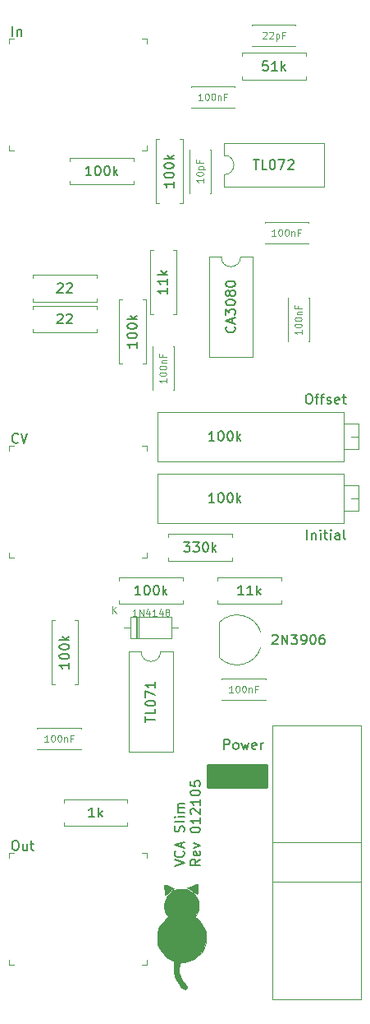
<source format=gbr>
G04 #@! TF.GenerationSoftware,KiCad,Pcbnew,(5.1.9)-1*
G04 #@! TF.CreationDate,2021-05-09T15:32:16+02:00*
G04 #@! TF.ProjectId,Dual VCA Main,4475616c-2056-4434-9120-4d61696e2e6b,rev?*
G04 #@! TF.SameCoordinates,Original*
G04 #@! TF.FileFunction,Legend,Top*
G04 #@! TF.FilePolarity,Positive*
%FSLAX46Y46*%
G04 Gerber Fmt 4.6, Leading zero omitted, Abs format (unit mm)*
G04 Created by KiCad (PCBNEW (5.1.9)-1) date 2021-05-09 15:32:16*
%MOMM*%
%LPD*%
G01*
G04 APERTURE LIST*
%ADD10C,0.150000*%
%ADD11C,0.010000*%
%ADD12C,0.120000*%
%ADD13C,0.100000*%
%ADD14C,0.254000*%
G04 APERTURE END LIST*
D10*
X17042380Y-88072261D02*
X18042380Y-87738928D01*
X17042380Y-87405595D01*
X17947142Y-86500833D02*
X17994761Y-86548452D01*
X18042380Y-86691309D01*
X18042380Y-86786547D01*
X17994761Y-86929404D01*
X17899523Y-87024642D01*
X17804285Y-87072261D01*
X17613809Y-87119880D01*
X17470952Y-87119880D01*
X17280476Y-87072261D01*
X17185238Y-87024642D01*
X17090000Y-86929404D01*
X17042380Y-86786547D01*
X17042380Y-86691309D01*
X17090000Y-86548452D01*
X17137619Y-86500833D01*
X17756666Y-86119880D02*
X17756666Y-85643690D01*
X18042380Y-86215119D02*
X17042380Y-85881785D01*
X18042380Y-85548452D01*
X17994761Y-84500833D02*
X18042380Y-84357976D01*
X18042380Y-84119880D01*
X17994761Y-84024642D01*
X17947142Y-83977023D01*
X17851904Y-83929404D01*
X17756666Y-83929404D01*
X17661428Y-83977023D01*
X17613809Y-84024642D01*
X17566190Y-84119880D01*
X17518571Y-84310357D01*
X17470952Y-84405595D01*
X17423333Y-84453214D01*
X17328095Y-84500833D01*
X17232857Y-84500833D01*
X17137619Y-84453214D01*
X17090000Y-84405595D01*
X17042380Y-84310357D01*
X17042380Y-84072261D01*
X17090000Y-83929404D01*
X18042380Y-83357976D02*
X17994761Y-83453214D01*
X17899523Y-83500833D01*
X17042380Y-83500833D01*
X18042380Y-82977023D02*
X17375714Y-82977023D01*
X17042380Y-82977023D02*
X17090000Y-83024642D01*
X17137619Y-82977023D01*
X17090000Y-82929404D01*
X17042380Y-82977023D01*
X17137619Y-82977023D01*
X18042380Y-82500833D02*
X17375714Y-82500833D01*
X17470952Y-82500833D02*
X17423333Y-82453214D01*
X17375714Y-82357976D01*
X17375714Y-82215119D01*
X17423333Y-82119880D01*
X17518571Y-82072261D01*
X18042380Y-82072261D01*
X17518571Y-82072261D02*
X17423333Y-82024642D01*
X17375714Y-81929404D01*
X17375714Y-81786547D01*
X17423333Y-81691309D01*
X17518571Y-81643690D01*
X18042380Y-81643690D01*
X19692380Y-87357976D02*
X19216190Y-87691309D01*
X19692380Y-87929404D02*
X18692380Y-87929404D01*
X18692380Y-87548452D01*
X18740000Y-87453214D01*
X18787619Y-87405595D01*
X18882857Y-87357976D01*
X19025714Y-87357976D01*
X19120952Y-87405595D01*
X19168571Y-87453214D01*
X19216190Y-87548452D01*
X19216190Y-87929404D01*
X19644761Y-86548452D02*
X19692380Y-86643690D01*
X19692380Y-86834166D01*
X19644761Y-86929404D01*
X19549523Y-86977023D01*
X19168571Y-86977023D01*
X19073333Y-86929404D01*
X19025714Y-86834166D01*
X19025714Y-86643690D01*
X19073333Y-86548452D01*
X19168571Y-86500833D01*
X19263809Y-86500833D01*
X19359047Y-86977023D01*
X19025714Y-86167500D02*
X19692380Y-85929404D01*
X19025714Y-85691309D01*
X18692380Y-84357976D02*
X18692380Y-84262738D01*
X18740000Y-84167500D01*
X18787619Y-84119880D01*
X18882857Y-84072261D01*
X19073333Y-84024642D01*
X19311428Y-84024642D01*
X19501904Y-84072261D01*
X19597142Y-84119880D01*
X19644761Y-84167500D01*
X19692380Y-84262738D01*
X19692380Y-84357976D01*
X19644761Y-84453214D01*
X19597142Y-84500833D01*
X19501904Y-84548452D01*
X19311428Y-84596071D01*
X19073333Y-84596071D01*
X18882857Y-84548452D01*
X18787619Y-84500833D01*
X18740000Y-84453214D01*
X18692380Y-84357976D01*
X19692380Y-83072261D02*
X19692380Y-83643690D01*
X19692380Y-83357976D02*
X18692380Y-83357976D01*
X18835238Y-83453214D01*
X18930476Y-83548452D01*
X18978095Y-83643690D01*
X18787619Y-82691309D02*
X18740000Y-82643690D01*
X18692380Y-82548452D01*
X18692380Y-82310357D01*
X18740000Y-82215119D01*
X18787619Y-82167500D01*
X18882857Y-82119880D01*
X18978095Y-82119880D01*
X19120952Y-82167500D01*
X19692380Y-82738928D01*
X19692380Y-82119880D01*
X19692380Y-81167500D02*
X19692380Y-81738928D01*
X19692380Y-81453214D02*
X18692380Y-81453214D01*
X18835238Y-81548452D01*
X18930476Y-81643690D01*
X18978095Y-81738928D01*
X18692380Y-80548452D02*
X18692380Y-80453214D01*
X18740000Y-80357976D01*
X18787619Y-80310357D01*
X18882857Y-80262738D01*
X19073333Y-80215119D01*
X19311428Y-80215119D01*
X19501904Y-80262738D01*
X19597142Y-80310357D01*
X19644761Y-80357976D01*
X19692380Y-80453214D01*
X19692380Y-80548452D01*
X19644761Y-80643690D01*
X19597142Y-80691309D01*
X19501904Y-80738928D01*
X19311428Y-80786547D01*
X19073333Y-80786547D01*
X18882857Y-80738928D01*
X18787619Y-80691309D01*
X18740000Y-80643690D01*
X18692380Y-80548452D01*
X18692380Y-79310357D02*
X18692380Y-79786547D01*
X19168571Y-79834166D01*
X19120952Y-79786547D01*
X19073333Y-79691309D01*
X19073333Y-79453214D01*
X19120952Y-79357976D01*
X19168571Y-79310357D01*
X19263809Y-79262738D01*
X19501904Y-79262738D01*
X19597142Y-79310357D01*
X19644761Y-79357976D01*
X19692380Y-79453214D01*
X19692380Y-79691309D01*
X19644761Y-79786547D01*
X19597142Y-79834166D01*
X30732261Y-54427380D02*
X30732261Y-53427380D01*
X31208452Y-53760714D02*
X31208452Y-54427380D01*
X31208452Y-53855952D02*
X31256071Y-53808333D01*
X31351309Y-53760714D01*
X31494166Y-53760714D01*
X31589404Y-53808333D01*
X31637023Y-53903571D01*
X31637023Y-54427380D01*
X32113214Y-54427380D02*
X32113214Y-53760714D01*
X32113214Y-53427380D02*
X32065595Y-53475000D01*
X32113214Y-53522619D01*
X32160833Y-53475000D01*
X32113214Y-53427380D01*
X32113214Y-53522619D01*
X32446547Y-53760714D02*
X32827499Y-53760714D01*
X32589404Y-53427380D02*
X32589404Y-54284523D01*
X32637023Y-54379761D01*
X32732261Y-54427380D01*
X32827499Y-54427380D01*
X33160833Y-54427380D02*
X33160833Y-53760714D01*
X33160833Y-53427380D02*
X33113214Y-53475000D01*
X33160833Y-53522619D01*
X33208452Y-53475000D01*
X33160833Y-53427380D01*
X33160833Y-53522619D01*
X34065595Y-54427380D02*
X34065595Y-53903571D01*
X34017976Y-53808333D01*
X33922738Y-53760714D01*
X33732261Y-53760714D01*
X33637023Y-53808333D01*
X34065595Y-54379761D02*
X33970357Y-54427380D01*
X33732261Y-54427380D01*
X33637023Y-54379761D01*
X33589404Y-54284523D01*
X33589404Y-54189285D01*
X33637023Y-54094047D01*
X33732261Y-54046428D01*
X33970357Y-54046428D01*
X34065595Y-53998809D01*
X34684642Y-54427380D02*
X34589404Y-54379761D01*
X34541785Y-54284523D01*
X34541785Y-53427380D01*
X30827500Y-39457380D02*
X31017976Y-39457380D01*
X31113214Y-39505000D01*
X31208452Y-39600238D01*
X31256071Y-39790714D01*
X31256071Y-40124047D01*
X31208452Y-40314523D01*
X31113214Y-40409761D01*
X31017976Y-40457380D01*
X30827500Y-40457380D01*
X30732261Y-40409761D01*
X30637023Y-40314523D01*
X30589404Y-40124047D01*
X30589404Y-39790714D01*
X30637023Y-39600238D01*
X30732261Y-39505000D01*
X30827500Y-39457380D01*
X31541785Y-39790714D02*
X31922738Y-39790714D01*
X31684642Y-40457380D02*
X31684642Y-39600238D01*
X31732261Y-39505000D01*
X31827500Y-39457380D01*
X31922738Y-39457380D01*
X32113214Y-39790714D02*
X32494166Y-39790714D01*
X32256071Y-40457380D02*
X32256071Y-39600238D01*
X32303690Y-39505000D01*
X32398928Y-39457380D01*
X32494166Y-39457380D01*
X32779880Y-40409761D02*
X32875119Y-40457380D01*
X33065595Y-40457380D01*
X33160833Y-40409761D01*
X33208452Y-40314523D01*
X33208452Y-40266904D01*
X33160833Y-40171666D01*
X33065595Y-40124047D01*
X32922738Y-40124047D01*
X32827500Y-40076428D01*
X32779880Y-39981190D01*
X32779880Y-39933571D01*
X32827500Y-39838333D01*
X32922738Y-39790714D01*
X33065595Y-39790714D01*
X33160833Y-39838333D01*
X34017976Y-40409761D02*
X33922738Y-40457380D01*
X33732261Y-40457380D01*
X33637023Y-40409761D01*
X33589404Y-40314523D01*
X33589404Y-39933571D01*
X33637023Y-39838333D01*
X33732261Y-39790714D01*
X33922738Y-39790714D01*
X34017976Y-39838333D01*
X34065595Y-39933571D01*
X34065595Y-40028809D01*
X33589404Y-40124047D01*
X34351309Y-39790714D02*
X34732261Y-39790714D01*
X34494166Y-39457380D02*
X34494166Y-40314523D01*
X34541785Y-40409761D01*
X34637023Y-40457380D01*
X34732261Y-40457380D01*
D11*
G04 #@! TO.C,G\u002A\u002A\u002A*
G36*
X18236975Y-90420533D02*
G01*
X18624529Y-90569561D01*
X18971874Y-90832268D01*
X19005458Y-90865178D01*
X19244055Y-91142088D01*
X19394725Y-91425374D01*
X19477509Y-91761590D01*
X19503932Y-92023159D01*
X19514654Y-92298677D01*
X19496742Y-92500634D01*
X19439670Y-92687923D01*
X19349921Y-92884864D01*
X19164587Y-93263673D01*
X19434200Y-93487629D01*
X19783462Y-93858667D01*
X20057837Y-94315043D01*
X20241494Y-94822167D01*
X20318602Y-95345445D01*
X20320000Y-95423282D01*
X20259094Y-95951320D01*
X20086737Y-96449219D01*
X19818466Y-96900702D01*
X19469822Y-97289491D01*
X19056342Y-97599310D01*
X18593566Y-97813880D01*
X18097032Y-97916923D01*
X17933071Y-97923684D01*
X17745332Y-97933029D01*
X17639696Y-97982592D01*
X17564815Y-98104664D01*
X17534853Y-98174124D01*
X17451088Y-98542435D01*
X17481622Y-98952429D01*
X17621393Y-99385591D01*
X17865336Y-99823404D01*
X18054598Y-100074623D01*
X18223260Y-100295034D01*
X18300470Y-100451237D01*
X18294114Y-100568485D01*
X18234526Y-100650842D01*
X18104072Y-100724092D01*
X17953517Y-100690022D01*
X17768972Y-100543000D01*
X17649337Y-100413553D01*
X17299002Y-99927667D01*
X17066051Y-99420772D01*
X16957200Y-98908744D01*
X16949776Y-98759211D01*
X16954742Y-98487845D01*
X16972931Y-98240606D01*
X16997845Y-98083508D01*
X17020402Y-97968381D01*
X16999438Y-97888134D01*
X16911350Y-97814707D01*
X16732535Y-97720041D01*
X16663634Y-97686221D01*
X16230674Y-97409047D01*
X15841572Y-97034867D01*
X15532301Y-96600126D01*
X15464123Y-96470895D01*
X15375392Y-96274189D01*
X15319836Y-96098821D01*
X15289911Y-95902432D01*
X15278077Y-95642661D01*
X15276513Y-95417105D01*
X15280439Y-95093856D01*
X15297416Y-94861295D01*
X15335242Y-94676526D01*
X15401716Y-94496658D01*
X15470954Y-94347632D01*
X15636006Y-94069538D01*
X15856785Y-93777723D01*
X16024765Y-93594758D01*
X16384137Y-93242937D01*
X16255820Y-93060021D01*
X16062922Y-92670417D01*
X15986035Y-92223652D01*
X15992869Y-91976863D01*
X16097282Y-91503612D01*
X16310150Y-91096640D01*
X16617542Y-90768451D01*
X17005521Y-90531544D01*
X17460156Y-90398421D01*
X17780000Y-90373462D01*
X18236975Y-90420533D01*
G37*
X18236975Y-90420533D02*
X18624529Y-90569561D01*
X18971874Y-90832268D01*
X19005458Y-90865178D01*
X19244055Y-91142088D01*
X19394725Y-91425374D01*
X19477509Y-91761590D01*
X19503932Y-92023159D01*
X19514654Y-92298677D01*
X19496742Y-92500634D01*
X19439670Y-92687923D01*
X19349921Y-92884864D01*
X19164587Y-93263673D01*
X19434200Y-93487629D01*
X19783462Y-93858667D01*
X20057837Y-94315043D01*
X20241494Y-94822167D01*
X20318602Y-95345445D01*
X20320000Y-95423282D01*
X20259094Y-95951320D01*
X20086737Y-96449219D01*
X19818466Y-96900702D01*
X19469822Y-97289491D01*
X19056342Y-97599310D01*
X18593566Y-97813880D01*
X18097032Y-97916923D01*
X17933071Y-97923684D01*
X17745332Y-97933029D01*
X17639696Y-97982592D01*
X17564815Y-98104664D01*
X17534853Y-98174124D01*
X17451088Y-98542435D01*
X17481622Y-98952429D01*
X17621393Y-99385591D01*
X17865336Y-99823404D01*
X18054598Y-100074623D01*
X18223260Y-100295034D01*
X18300470Y-100451237D01*
X18294114Y-100568485D01*
X18234526Y-100650842D01*
X18104072Y-100724092D01*
X17953517Y-100690022D01*
X17768972Y-100543000D01*
X17649337Y-100413553D01*
X17299002Y-99927667D01*
X17066051Y-99420772D01*
X16957200Y-98908744D01*
X16949776Y-98759211D01*
X16954742Y-98487845D01*
X16972931Y-98240606D01*
X16997845Y-98083508D01*
X17020402Y-97968381D01*
X16999438Y-97888134D01*
X16911350Y-97814707D01*
X16732535Y-97720041D01*
X16663634Y-97686221D01*
X16230674Y-97409047D01*
X15841572Y-97034867D01*
X15532301Y-96600126D01*
X15464123Y-96470895D01*
X15375392Y-96274189D01*
X15319836Y-96098821D01*
X15289911Y-95902432D01*
X15278077Y-95642661D01*
X15276513Y-95417105D01*
X15280439Y-95093856D01*
X15297416Y-94861295D01*
X15335242Y-94676526D01*
X15401716Y-94496658D01*
X15470954Y-94347632D01*
X15636006Y-94069538D01*
X15856785Y-93777723D01*
X16024765Y-93594758D01*
X16384137Y-93242937D01*
X16255820Y-93060021D01*
X16062922Y-92670417D01*
X15986035Y-92223652D01*
X15992869Y-91976863D01*
X16097282Y-91503612D01*
X16310150Y-91096640D01*
X16617542Y-90768451D01*
X17005521Y-90531544D01*
X17460156Y-90398421D01*
X17780000Y-90373462D01*
X18236975Y-90420533D01*
G36*
X16217294Y-90010838D02*
G01*
X16449355Y-90095666D01*
X16496297Y-90114997D01*
X16721716Y-90216489D01*
X16886523Y-90304463D01*
X16962519Y-90363415D01*
X16964192Y-90372244D01*
X16906342Y-90430770D01*
X16772196Y-90541610D01*
X16593839Y-90680540D01*
X16403356Y-90823341D01*
X16232832Y-90945791D01*
X16114350Y-91023670D01*
X16081041Y-91038947D01*
X16062104Y-90977774D01*
X16037203Y-90816047D01*
X16011214Y-90586456D01*
X16007035Y-90542978D01*
X15987508Y-90293432D01*
X15979029Y-90094343D01*
X15983140Y-89984507D01*
X15984621Y-89978973D01*
X16053675Y-89969626D01*
X16217294Y-90010838D01*
G37*
X16217294Y-90010838D02*
X16449355Y-90095666D01*
X16496297Y-90114997D01*
X16721716Y-90216489D01*
X16886523Y-90304463D01*
X16962519Y-90363415D01*
X16964192Y-90372244D01*
X16906342Y-90430770D01*
X16772196Y-90541610D01*
X16593839Y-90680540D01*
X16403356Y-90823341D01*
X16232832Y-90945791D01*
X16114350Y-91023670D01*
X16081041Y-91038947D01*
X16062104Y-90977774D01*
X16037203Y-90816047D01*
X16011214Y-90586456D01*
X16007035Y-90542978D01*
X15987508Y-90293432D01*
X15979029Y-90094343D01*
X15983140Y-89984507D01*
X15984621Y-89978973D01*
X16053675Y-89969626D01*
X16217294Y-90010838D01*
G36*
X19438089Y-89941229D02*
G01*
X19453741Y-90062829D01*
X19451837Y-90266949D01*
X19451052Y-90372181D01*
X19444100Y-90661033D01*
X19421688Y-90831612D01*
X19381483Y-90898681D01*
X19367500Y-90900971D01*
X19276195Y-90863371D01*
X19107628Y-90767277D01*
X18893766Y-90631273D01*
X18829907Y-90588426D01*
X18375867Y-90280174D01*
X18763065Y-90119704D01*
X19067368Y-89991385D01*
X19266744Y-89913522D01*
X19383037Y-89894132D01*
X19438089Y-89941229D01*
G37*
X19438089Y-89941229D02*
X19453741Y-90062829D01*
X19451837Y-90266949D01*
X19451052Y-90372181D01*
X19444100Y-90661033D01*
X19421688Y-90831612D01*
X19381483Y-90898681D01*
X19367500Y-90900971D01*
X19276195Y-90863371D01*
X19107628Y-90767277D01*
X18893766Y-90631273D01*
X18829907Y-90588426D01*
X18375867Y-90280174D01*
X18763065Y-90119704D01*
X19067368Y-89991385D01*
X19266744Y-89913522D01*
X19383037Y-89894132D01*
X19438089Y-89941229D01*
D12*
G04 #@! TO.C,U3*
X15605000Y-65980000D02*
G75*
G02*
X13605000Y-65980000I-1000000J0D01*
G01*
X13605000Y-65980000D02*
X12355000Y-65980000D01*
X12355000Y-65980000D02*
X12355000Y-76260000D01*
X12355000Y-76260000D02*
X16855000Y-76260000D01*
X16855000Y-76260000D02*
X16855000Y-65980000D01*
X16855000Y-65980000D02*
X15605000Y-65980000D01*
G04 #@! TO.C,U2*
X23860000Y-25340000D02*
G75*
G02*
X21860000Y-25340000I-1000000J0D01*
G01*
X21860000Y-25340000D02*
X20610000Y-25340000D01*
X20610000Y-25340000D02*
X20610000Y-35620000D01*
X20610000Y-35620000D02*
X25110000Y-35620000D01*
X25110000Y-35620000D02*
X25110000Y-25340000D01*
X25110000Y-25340000D02*
X23860000Y-25340000D01*
G04 #@! TO.C,U1*
X22165000Y-14875000D02*
G75*
G02*
X22165000Y-16875000I0J-1000000D01*
G01*
X22165000Y-16875000D02*
X22165000Y-18125000D01*
X22165000Y-18125000D02*
X32445000Y-18125000D01*
X32445000Y-18125000D02*
X32445000Y-13625000D01*
X32445000Y-13625000D02*
X22165000Y-13625000D01*
X22165000Y-13625000D02*
X22165000Y-14875000D01*
G04 #@! TO.C,C8*
X7390000Y-76000000D02*
X2850000Y-76000000D01*
X7390000Y-73860000D02*
X2850000Y-73860000D01*
X7390000Y-76000000D02*
X7390000Y-75985000D01*
X7390000Y-73875000D02*
X7390000Y-73860000D01*
X2850000Y-76000000D02*
X2850000Y-75985000D01*
X2850000Y-73875000D02*
X2850000Y-73860000D01*
G04 #@! TO.C,C7*
X16945000Y-34520000D02*
X16945000Y-39060000D01*
X14805000Y-34520000D02*
X14805000Y-39060000D01*
X16945000Y-34520000D02*
X16930000Y-34520000D01*
X14820000Y-34520000D02*
X14805000Y-34520000D01*
X16945000Y-39060000D02*
X16930000Y-39060000D01*
X14820000Y-39060000D02*
X14805000Y-39060000D01*
G04 #@! TO.C,C4*
X30885000Y-23930000D02*
X26345000Y-23930000D01*
X30885000Y-21790000D02*
X26345000Y-21790000D01*
X30885000Y-23930000D02*
X30885000Y-23915000D01*
X30885000Y-21805000D02*
X30885000Y-21790000D01*
X26345000Y-23930000D02*
X26345000Y-23915000D01*
X26345000Y-21805000D02*
X26345000Y-21790000D01*
G04 #@! TO.C,R12*
X11335000Y-58650000D02*
X11335000Y-58320000D01*
X11335000Y-58320000D02*
X17875000Y-58320000D01*
X17875000Y-58320000D02*
X17875000Y-58650000D01*
X11335000Y-60730000D02*
X11335000Y-61060000D01*
X11335000Y-61060000D02*
X17875000Y-61060000D01*
X17875000Y-61060000D02*
X17875000Y-60730000D01*
G04 #@! TO.C,R11*
X21495000Y-58650000D02*
X21495000Y-58320000D01*
X21495000Y-58320000D02*
X28035000Y-58320000D01*
X28035000Y-58320000D02*
X28035000Y-58650000D01*
X21495000Y-60730000D02*
X21495000Y-61060000D01*
X21495000Y-61060000D02*
X28035000Y-61060000D01*
X28035000Y-61060000D02*
X28035000Y-60730000D01*
G04 #@! TO.C,R10*
X16415000Y-54205000D02*
X16415000Y-53875000D01*
X16415000Y-53875000D02*
X22955000Y-53875000D01*
X22955000Y-53875000D02*
X22955000Y-54205000D01*
X16415000Y-56285000D02*
X16415000Y-56615000D01*
X16415000Y-56615000D02*
X22955000Y-56615000D01*
X22955000Y-56615000D02*
X22955000Y-56285000D01*
G04 #@! TO.C,R9*
X4675000Y-69310000D02*
X4345000Y-69310000D01*
X4345000Y-69310000D02*
X4345000Y-62770000D01*
X4345000Y-62770000D02*
X4675000Y-62770000D01*
X6755000Y-69310000D02*
X7085000Y-69310000D01*
X7085000Y-69310000D02*
X7085000Y-62770000D01*
X7085000Y-62770000D02*
X6755000Y-62770000D01*
G04 #@! TO.C,R8*
X2445000Y-27535000D02*
X2445000Y-27205000D01*
X2445000Y-27205000D02*
X8985000Y-27205000D01*
X8985000Y-27205000D02*
X8985000Y-27535000D01*
X2445000Y-29615000D02*
X2445000Y-29945000D01*
X2445000Y-29945000D02*
X8985000Y-29945000D01*
X8985000Y-29945000D02*
X8985000Y-29615000D01*
G04 #@! TO.C,R7*
X13740000Y-29750000D02*
X14070000Y-29750000D01*
X14070000Y-29750000D02*
X14070000Y-36290000D01*
X14070000Y-36290000D02*
X13740000Y-36290000D01*
X11660000Y-29750000D02*
X11330000Y-29750000D01*
X11330000Y-29750000D02*
X11330000Y-36290000D01*
X11330000Y-36290000D02*
X11660000Y-36290000D01*
G04 #@! TO.C,R6*
X12160000Y-83590000D02*
X12160000Y-83920000D01*
X12160000Y-83920000D02*
X5620000Y-83920000D01*
X5620000Y-83920000D02*
X5620000Y-83590000D01*
X12160000Y-81510000D02*
X12160000Y-81180000D01*
X12160000Y-81180000D02*
X5620000Y-81180000D01*
X5620000Y-81180000D02*
X5620000Y-81510000D01*
G04 #@! TO.C,R5*
X24035000Y-4675000D02*
X24035000Y-4345000D01*
X24035000Y-4345000D02*
X30575000Y-4345000D01*
X30575000Y-4345000D02*
X30575000Y-4675000D01*
X24035000Y-6755000D02*
X24035000Y-7085000D01*
X24035000Y-7085000D02*
X30575000Y-7085000D01*
X30575000Y-7085000D02*
X30575000Y-6755000D01*
G04 #@! TO.C,R4*
X2445000Y-30710000D02*
X2445000Y-30380000D01*
X2445000Y-30380000D02*
X8985000Y-30380000D01*
X8985000Y-30380000D02*
X8985000Y-30710000D01*
X2445000Y-32790000D02*
X2445000Y-33120000D01*
X2445000Y-33120000D02*
X8985000Y-33120000D01*
X8985000Y-33120000D02*
X8985000Y-32790000D01*
G04 #@! TO.C,R3*
X14835000Y-31210000D02*
X14505000Y-31210000D01*
X14505000Y-31210000D02*
X14505000Y-24670000D01*
X14505000Y-24670000D02*
X14835000Y-24670000D01*
X16915000Y-31210000D02*
X17245000Y-31210000D01*
X17245000Y-31210000D02*
X17245000Y-24670000D01*
X17245000Y-24670000D02*
X16915000Y-24670000D01*
G04 #@! TO.C,R2*
X15470000Y-19780000D02*
X15140000Y-19780000D01*
X15140000Y-19780000D02*
X15140000Y-13240000D01*
X15140000Y-13240000D02*
X15470000Y-13240000D01*
X17550000Y-19780000D02*
X17880000Y-19780000D01*
X17880000Y-19780000D02*
X17880000Y-13240000D01*
X17880000Y-13240000D02*
X17550000Y-13240000D01*
G04 #@! TO.C,R1*
X12795000Y-17550000D02*
X12795000Y-17880000D01*
X12795000Y-17880000D02*
X6255000Y-17880000D01*
X6255000Y-17880000D02*
X6255000Y-17550000D01*
X12795000Y-15470000D02*
X12795000Y-15140000D01*
X12795000Y-15140000D02*
X6255000Y-15140000D01*
X6255000Y-15140000D02*
X6255000Y-15470000D01*
G04 #@! TO.C,RV2*
X34535000Y-52700000D02*
X15245000Y-52700000D01*
X34535000Y-47630000D02*
X15245000Y-47630000D01*
X34535000Y-52700000D02*
X34535000Y-47630000D01*
X15245000Y-52700000D02*
X15245000Y-47630000D01*
X36055000Y-51464000D02*
X34536000Y-51464000D01*
X36055000Y-48865000D02*
X34536000Y-48865000D01*
X36055000Y-51464000D02*
X36055000Y-48865000D01*
X34536000Y-51464000D02*
X34536000Y-48865000D01*
X36055000Y-50165000D02*
X35296000Y-50165000D01*
G04 #@! TO.C,RV1*
X34535000Y-46350000D02*
X15245000Y-46350000D01*
X34535000Y-41280000D02*
X15245000Y-41280000D01*
X34535000Y-46350000D02*
X34535000Y-41280000D01*
X15245000Y-46350000D02*
X15245000Y-41280000D01*
X36055000Y-45114000D02*
X34536000Y-45114000D01*
X36055000Y-42515000D02*
X34536000Y-42515000D01*
X36055000Y-45114000D02*
X36055000Y-42515000D01*
X34536000Y-45114000D02*
X34536000Y-42515000D01*
X36055000Y-43815000D02*
X35296000Y-43815000D01*
G04 #@! TO.C,Q1*
X21667316Y-66578445D02*
G75*
G03*
X25945000Y-65550000I1827684J1808445D01*
G01*
X21653259Y-62958125D02*
G75*
G02*
X25945000Y-63950000I1841741J-1811875D01*
G01*
X21645000Y-62970000D02*
X21645000Y-66570000D01*
G04 #@! TO.C,J7*
X27130000Y-85580000D02*
X36250000Y-85580000D01*
X27130000Y-89680000D02*
X36250000Y-89680000D01*
X27130000Y-73530000D02*
X36250000Y-73530000D01*
X36250000Y-73530000D02*
X36250000Y-101730000D01*
X36250000Y-101730000D02*
X27130000Y-101730000D01*
X27130000Y-101730000D02*
X27130000Y-73530000D01*
X21510000Y-78740000D02*
X20510000Y-78240000D01*
X20510000Y-78240000D02*
X20510000Y-79240000D01*
X20510000Y-79240000D02*
X21510000Y-78740000D01*
G04 #@! TO.C,J3*
X0Y-56300000D02*
X500000Y-56300000D01*
X0Y-56300000D02*
X0Y-55800000D01*
X14200000Y-56300000D02*
X13700000Y-56300000D01*
X14200000Y-56300000D02*
X14200000Y-55800000D01*
X14200000Y-44800000D02*
X13700000Y-44800000D01*
X14200000Y-44800000D02*
X14200000Y-45300000D01*
X0Y-44800000D02*
X500000Y-44800000D01*
X0Y-44800000D02*
X0Y-45300000D01*
G04 #@! TO.C,J2*
X0Y-98210000D02*
X500000Y-98210000D01*
X0Y-98210000D02*
X0Y-97710000D01*
X14200000Y-98210000D02*
X13700000Y-98210000D01*
X14200000Y-98210000D02*
X14200000Y-97710000D01*
X14200000Y-86710000D02*
X13700000Y-86710000D01*
X14200000Y-86710000D02*
X14200000Y-87210000D01*
X0Y-86710000D02*
X500000Y-86710000D01*
X0Y-86710000D02*
X0Y-87210000D01*
G04 #@! TO.C,J1*
X0Y-14390000D02*
X500000Y-14390000D01*
X0Y-14390000D02*
X0Y-13890000D01*
X14200000Y-14390000D02*
X13700000Y-14390000D01*
X14200000Y-14390000D02*
X14200000Y-13890000D01*
X14200000Y-2890000D02*
X13700000Y-2890000D01*
X14200000Y-2890000D02*
X14200000Y-3390000D01*
X0Y-2890000D02*
X500000Y-2890000D01*
X0Y-2890000D02*
X0Y-3390000D01*
G04 #@! TO.C,D1*
X12485000Y-62380000D02*
X12485000Y-64620000D01*
X12485000Y-64620000D02*
X16725000Y-64620000D01*
X16725000Y-64620000D02*
X16725000Y-62380000D01*
X16725000Y-62380000D02*
X12485000Y-62380000D01*
X11835000Y-63500000D02*
X12485000Y-63500000D01*
X17375000Y-63500000D02*
X16725000Y-63500000D01*
X13205000Y-62380000D02*
X13205000Y-64620000D01*
X13325000Y-62380000D02*
X13325000Y-64620000D01*
X13085000Y-62380000D02*
X13085000Y-64620000D01*
G04 #@! TO.C,C6*
X26440000Y-70920000D02*
X21900000Y-70920000D01*
X26440000Y-68780000D02*
X21900000Y-68780000D01*
X26440000Y-70920000D02*
X26440000Y-70905000D01*
X26440000Y-68795000D02*
X26440000Y-68780000D01*
X21900000Y-70920000D02*
X21900000Y-70905000D01*
X21900000Y-68795000D02*
X21900000Y-68780000D01*
G04 #@! TO.C,C5*
X28775000Y-34060000D02*
X28775000Y-29520000D01*
X30915000Y-34060000D02*
X30915000Y-29520000D01*
X28775000Y-34060000D02*
X28790000Y-34060000D01*
X30900000Y-34060000D02*
X30915000Y-34060000D01*
X28775000Y-29520000D02*
X28790000Y-29520000D01*
X30900000Y-29520000D02*
X30915000Y-29520000D01*
G04 #@! TO.C,C3*
X18725000Y-7820000D02*
X23265000Y-7820000D01*
X18725000Y-9960000D02*
X23265000Y-9960000D01*
X18725000Y-7820000D02*
X18725000Y-7835000D01*
X18725000Y-9945000D02*
X18725000Y-9960000D01*
X23265000Y-7820000D02*
X23265000Y-7835000D01*
X23265000Y-9945000D02*
X23265000Y-9960000D01*
G04 #@! TO.C,C2*
X24995000Y-1470000D02*
X29535000Y-1470000D01*
X24995000Y-3610000D02*
X29535000Y-3610000D01*
X24995000Y-1470000D02*
X24995000Y-1485000D01*
X24995000Y-3595000D02*
X24995000Y-3610000D01*
X29535000Y-1470000D02*
X29535000Y-1485000D01*
X29535000Y-3595000D02*
X29535000Y-3610000D01*
G04 #@! TO.C,C1*
X18615000Y-18820000D02*
X18615000Y-14280000D01*
X20755000Y-18820000D02*
X20755000Y-14280000D01*
X18615000Y-18820000D02*
X18630000Y-18820000D01*
X20740000Y-18820000D02*
X20755000Y-18820000D01*
X18615000Y-14280000D02*
X18630000Y-14280000D01*
X20740000Y-14280000D02*
X20755000Y-14280000D01*
G04 #@! TO.C,U3*
D10*
X14057380Y-73239047D02*
X14057380Y-72667619D01*
X15057380Y-72953333D02*
X14057380Y-72953333D01*
X15057380Y-71858095D02*
X15057380Y-72334285D01*
X14057380Y-72334285D01*
X14057380Y-71334285D02*
X14057380Y-71239047D01*
X14105000Y-71143809D01*
X14152619Y-71096190D01*
X14247857Y-71048571D01*
X14438333Y-71000952D01*
X14676428Y-71000952D01*
X14866904Y-71048571D01*
X14962142Y-71096190D01*
X15009761Y-71143809D01*
X15057380Y-71239047D01*
X15057380Y-71334285D01*
X15009761Y-71429523D01*
X14962142Y-71477142D01*
X14866904Y-71524761D01*
X14676428Y-71572380D01*
X14438333Y-71572380D01*
X14247857Y-71524761D01*
X14152619Y-71477142D01*
X14105000Y-71429523D01*
X14057380Y-71334285D01*
X14057380Y-70667619D02*
X14057380Y-70000952D01*
X15057380Y-70429523D01*
X15057380Y-69096190D02*
X15057380Y-69667619D01*
X15057380Y-69381904D02*
X14057380Y-69381904D01*
X14200238Y-69477142D01*
X14295476Y-69572380D01*
X14343095Y-69667619D01*
G04 #@! TO.C,U2*
X23217142Y-32503809D02*
X23264761Y-32551428D01*
X23312380Y-32694285D01*
X23312380Y-32789523D01*
X23264761Y-32932380D01*
X23169523Y-33027619D01*
X23074285Y-33075238D01*
X22883809Y-33122857D01*
X22740952Y-33122857D01*
X22550476Y-33075238D01*
X22455238Y-33027619D01*
X22360000Y-32932380D01*
X22312380Y-32789523D01*
X22312380Y-32694285D01*
X22360000Y-32551428D01*
X22407619Y-32503809D01*
X23026666Y-32122857D02*
X23026666Y-31646666D01*
X23312380Y-32218095D02*
X22312380Y-31884761D01*
X23312380Y-31551428D01*
X22312380Y-31313333D02*
X22312380Y-30694285D01*
X22693333Y-31027619D01*
X22693333Y-30884761D01*
X22740952Y-30789523D01*
X22788571Y-30741904D01*
X22883809Y-30694285D01*
X23121904Y-30694285D01*
X23217142Y-30741904D01*
X23264761Y-30789523D01*
X23312380Y-30884761D01*
X23312380Y-31170476D01*
X23264761Y-31265714D01*
X23217142Y-31313333D01*
X22312380Y-30075238D02*
X22312380Y-29980000D01*
X22360000Y-29884761D01*
X22407619Y-29837142D01*
X22502857Y-29789523D01*
X22693333Y-29741904D01*
X22931428Y-29741904D01*
X23121904Y-29789523D01*
X23217142Y-29837142D01*
X23264761Y-29884761D01*
X23312380Y-29980000D01*
X23312380Y-30075238D01*
X23264761Y-30170476D01*
X23217142Y-30218095D01*
X23121904Y-30265714D01*
X22931428Y-30313333D01*
X22693333Y-30313333D01*
X22502857Y-30265714D01*
X22407619Y-30218095D01*
X22360000Y-30170476D01*
X22312380Y-30075238D01*
X22740952Y-29170476D02*
X22693333Y-29265714D01*
X22645714Y-29313333D01*
X22550476Y-29360952D01*
X22502857Y-29360952D01*
X22407619Y-29313333D01*
X22360000Y-29265714D01*
X22312380Y-29170476D01*
X22312380Y-28980000D01*
X22360000Y-28884761D01*
X22407619Y-28837142D01*
X22502857Y-28789523D01*
X22550476Y-28789523D01*
X22645714Y-28837142D01*
X22693333Y-28884761D01*
X22740952Y-28980000D01*
X22740952Y-29170476D01*
X22788571Y-29265714D01*
X22836190Y-29313333D01*
X22931428Y-29360952D01*
X23121904Y-29360952D01*
X23217142Y-29313333D01*
X23264761Y-29265714D01*
X23312380Y-29170476D01*
X23312380Y-28980000D01*
X23264761Y-28884761D01*
X23217142Y-28837142D01*
X23121904Y-28789523D01*
X22931428Y-28789523D01*
X22836190Y-28837142D01*
X22788571Y-28884761D01*
X22740952Y-28980000D01*
X22312380Y-28170476D02*
X22312380Y-28075238D01*
X22360000Y-27980000D01*
X22407619Y-27932380D01*
X22502857Y-27884761D01*
X22693333Y-27837142D01*
X22931428Y-27837142D01*
X23121904Y-27884761D01*
X23217142Y-27932380D01*
X23264761Y-27980000D01*
X23312380Y-28075238D01*
X23312380Y-28170476D01*
X23264761Y-28265714D01*
X23217142Y-28313333D01*
X23121904Y-28360952D01*
X22931428Y-28408571D01*
X22693333Y-28408571D01*
X22502857Y-28360952D01*
X22407619Y-28313333D01*
X22360000Y-28265714D01*
X22312380Y-28170476D01*
G04 #@! TO.C,U1*
X25185952Y-15327380D02*
X25757380Y-15327380D01*
X25471666Y-16327380D02*
X25471666Y-15327380D01*
X26566904Y-16327380D02*
X26090714Y-16327380D01*
X26090714Y-15327380D01*
X27090714Y-15327380D02*
X27185952Y-15327380D01*
X27281190Y-15375000D01*
X27328809Y-15422619D01*
X27376428Y-15517857D01*
X27424047Y-15708333D01*
X27424047Y-15946428D01*
X27376428Y-16136904D01*
X27328809Y-16232142D01*
X27281190Y-16279761D01*
X27185952Y-16327380D01*
X27090714Y-16327380D01*
X26995476Y-16279761D01*
X26947857Y-16232142D01*
X26900238Y-16136904D01*
X26852619Y-15946428D01*
X26852619Y-15708333D01*
X26900238Y-15517857D01*
X26947857Y-15422619D01*
X26995476Y-15375000D01*
X27090714Y-15327380D01*
X27757380Y-15327380D02*
X28424047Y-15327380D01*
X27995476Y-16327380D01*
X28757380Y-15422619D02*
X28804999Y-15375000D01*
X28900238Y-15327380D01*
X29138333Y-15327380D01*
X29233571Y-15375000D01*
X29281190Y-15422619D01*
X29328809Y-15517857D01*
X29328809Y-15613095D01*
X29281190Y-15755952D01*
X28709761Y-16327380D01*
X29328809Y-16327380D01*
G04 #@! TO.C,C8*
D13*
X4036666Y-75246666D02*
X3636666Y-75246666D01*
X3836666Y-75246666D02*
X3836666Y-74546666D01*
X3770000Y-74646666D01*
X3703333Y-74713333D01*
X3636666Y-74746666D01*
X4470000Y-74546666D02*
X4536666Y-74546666D01*
X4603333Y-74580000D01*
X4636666Y-74613333D01*
X4670000Y-74680000D01*
X4703333Y-74813333D01*
X4703333Y-74980000D01*
X4670000Y-75113333D01*
X4636666Y-75180000D01*
X4603333Y-75213333D01*
X4536666Y-75246666D01*
X4470000Y-75246666D01*
X4403333Y-75213333D01*
X4370000Y-75180000D01*
X4336666Y-75113333D01*
X4303333Y-74980000D01*
X4303333Y-74813333D01*
X4336666Y-74680000D01*
X4370000Y-74613333D01*
X4403333Y-74580000D01*
X4470000Y-74546666D01*
X5136666Y-74546666D02*
X5203333Y-74546666D01*
X5270000Y-74580000D01*
X5303333Y-74613333D01*
X5336666Y-74680000D01*
X5370000Y-74813333D01*
X5370000Y-74980000D01*
X5336666Y-75113333D01*
X5303333Y-75180000D01*
X5270000Y-75213333D01*
X5203333Y-75246666D01*
X5136666Y-75246666D01*
X5070000Y-75213333D01*
X5036666Y-75180000D01*
X5003333Y-75113333D01*
X4970000Y-74980000D01*
X4970000Y-74813333D01*
X5003333Y-74680000D01*
X5036666Y-74613333D01*
X5070000Y-74580000D01*
X5136666Y-74546666D01*
X5670000Y-74780000D02*
X5670000Y-75246666D01*
X5670000Y-74846666D02*
X5703333Y-74813333D01*
X5770000Y-74780000D01*
X5870000Y-74780000D01*
X5936666Y-74813333D01*
X5970000Y-74880000D01*
X5970000Y-75246666D01*
X6536666Y-74880000D02*
X6303333Y-74880000D01*
X6303333Y-75246666D02*
X6303333Y-74546666D01*
X6636666Y-74546666D01*
G04 #@! TO.C,C7*
X16191666Y-37873333D02*
X16191666Y-38273333D01*
X16191666Y-38073333D02*
X15491666Y-38073333D01*
X15591666Y-38140000D01*
X15658333Y-38206666D01*
X15691666Y-38273333D01*
X15491666Y-37440000D02*
X15491666Y-37373333D01*
X15525000Y-37306666D01*
X15558333Y-37273333D01*
X15625000Y-37240000D01*
X15758333Y-37206666D01*
X15925000Y-37206666D01*
X16058333Y-37240000D01*
X16125000Y-37273333D01*
X16158333Y-37306666D01*
X16191666Y-37373333D01*
X16191666Y-37440000D01*
X16158333Y-37506666D01*
X16125000Y-37540000D01*
X16058333Y-37573333D01*
X15925000Y-37606666D01*
X15758333Y-37606666D01*
X15625000Y-37573333D01*
X15558333Y-37540000D01*
X15525000Y-37506666D01*
X15491666Y-37440000D01*
X15491666Y-36773333D02*
X15491666Y-36706666D01*
X15525000Y-36640000D01*
X15558333Y-36606666D01*
X15625000Y-36573333D01*
X15758333Y-36540000D01*
X15925000Y-36540000D01*
X16058333Y-36573333D01*
X16125000Y-36606666D01*
X16158333Y-36640000D01*
X16191666Y-36706666D01*
X16191666Y-36773333D01*
X16158333Y-36840000D01*
X16125000Y-36873333D01*
X16058333Y-36906666D01*
X15925000Y-36940000D01*
X15758333Y-36940000D01*
X15625000Y-36906666D01*
X15558333Y-36873333D01*
X15525000Y-36840000D01*
X15491666Y-36773333D01*
X15725000Y-36240000D02*
X16191666Y-36240000D01*
X15791666Y-36240000D02*
X15758333Y-36206666D01*
X15725000Y-36140000D01*
X15725000Y-36040000D01*
X15758333Y-35973333D01*
X15825000Y-35940000D01*
X16191666Y-35940000D01*
X15825000Y-35373333D02*
X15825000Y-35606666D01*
X16191666Y-35606666D02*
X15491666Y-35606666D01*
X15491666Y-35273333D01*
G04 #@! TO.C,C4*
X27491666Y-23176666D02*
X27091666Y-23176666D01*
X27291666Y-23176666D02*
X27291666Y-22476666D01*
X27225000Y-22576666D01*
X27158333Y-22643333D01*
X27091666Y-22676666D01*
X27925000Y-22476666D02*
X27991666Y-22476666D01*
X28058333Y-22510000D01*
X28091666Y-22543333D01*
X28125000Y-22610000D01*
X28158333Y-22743333D01*
X28158333Y-22910000D01*
X28125000Y-23043333D01*
X28091666Y-23110000D01*
X28058333Y-23143333D01*
X27991666Y-23176666D01*
X27925000Y-23176666D01*
X27858333Y-23143333D01*
X27825000Y-23110000D01*
X27791666Y-23043333D01*
X27758333Y-22910000D01*
X27758333Y-22743333D01*
X27791666Y-22610000D01*
X27825000Y-22543333D01*
X27858333Y-22510000D01*
X27925000Y-22476666D01*
X28591666Y-22476666D02*
X28658333Y-22476666D01*
X28725000Y-22510000D01*
X28758333Y-22543333D01*
X28791666Y-22610000D01*
X28825000Y-22743333D01*
X28825000Y-22910000D01*
X28791666Y-23043333D01*
X28758333Y-23110000D01*
X28725000Y-23143333D01*
X28658333Y-23176666D01*
X28591666Y-23176666D01*
X28525000Y-23143333D01*
X28491666Y-23110000D01*
X28458333Y-23043333D01*
X28425000Y-22910000D01*
X28425000Y-22743333D01*
X28458333Y-22610000D01*
X28491666Y-22543333D01*
X28525000Y-22510000D01*
X28591666Y-22476666D01*
X29125000Y-22710000D02*
X29125000Y-23176666D01*
X29125000Y-22776666D02*
X29158333Y-22743333D01*
X29225000Y-22710000D01*
X29325000Y-22710000D01*
X29391666Y-22743333D01*
X29425000Y-22810000D01*
X29425000Y-23176666D01*
X29991666Y-22810000D02*
X29758333Y-22810000D01*
X29758333Y-23176666D02*
X29758333Y-22476666D01*
X30091666Y-22476666D01*
G04 #@! TO.C,R12*
D10*
X13533571Y-60142380D02*
X12962142Y-60142380D01*
X13247857Y-60142380D02*
X13247857Y-59142380D01*
X13152619Y-59285238D01*
X13057380Y-59380476D01*
X12962142Y-59428095D01*
X14152619Y-59142380D02*
X14247857Y-59142380D01*
X14343095Y-59190000D01*
X14390714Y-59237619D01*
X14438333Y-59332857D01*
X14485952Y-59523333D01*
X14485952Y-59761428D01*
X14438333Y-59951904D01*
X14390714Y-60047142D01*
X14343095Y-60094761D01*
X14247857Y-60142380D01*
X14152619Y-60142380D01*
X14057380Y-60094761D01*
X14009761Y-60047142D01*
X13962142Y-59951904D01*
X13914523Y-59761428D01*
X13914523Y-59523333D01*
X13962142Y-59332857D01*
X14009761Y-59237619D01*
X14057380Y-59190000D01*
X14152619Y-59142380D01*
X15105000Y-59142380D02*
X15200238Y-59142380D01*
X15295476Y-59190000D01*
X15343095Y-59237619D01*
X15390714Y-59332857D01*
X15438333Y-59523333D01*
X15438333Y-59761428D01*
X15390714Y-59951904D01*
X15343095Y-60047142D01*
X15295476Y-60094761D01*
X15200238Y-60142380D01*
X15105000Y-60142380D01*
X15009761Y-60094761D01*
X14962142Y-60047142D01*
X14914523Y-59951904D01*
X14866904Y-59761428D01*
X14866904Y-59523333D01*
X14914523Y-59332857D01*
X14962142Y-59237619D01*
X15009761Y-59190000D01*
X15105000Y-59142380D01*
X15866904Y-60142380D02*
X15866904Y-59142380D01*
X15962142Y-59761428D02*
X16247857Y-60142380D01*
X16247857Y-59475714D02*
X15866904Y-59856666D01*
G04 #@! TO.C,R11*
X24169761Y-60142380D02*
X23598333Y-60142380D01*
X23884047Y-60142380D02*
X23884047Y-59142380D01*
X23788809Y-59285238D01*
X23693571Y-59380476D01*
X23598333Y-59428095D01*
X25122142Y-60142380D02*
X24550714Y-60142380D01*
X24836428Y-60142380D02*
X24836428Y-59142380D01*
X24741190Y-59285238D01*
X24645952Y-59380476D01*
X24550714Y-59428095D01*
X25550714Y-60142380D02*
X25550714Y-59142380D01*
X25645952Y-59761428D02*
X25931666Y-60142380D01*
X25931666Y-59475714D02*
X25550714Y-59856666D01*
G04 #@! TO.C,R10*
X17994523Y-54697380D02*
X18613571Y-54697380D01*
X18280238Y-55078333D01*
X18423095Y-55078333D01*
X18518333Y-55125952D01*
X18565952Y-55173571D01*
X18613571Y-55268809D01*
X18613571Y-55506904D01*
X18565952Y-55602142D01*
X18518333Y-55649761D01*
X18423095Y-55697380D01*
X18137380Y-55697380D01*
X18042142Y-55649761D01*
X17994523Y-55602142D01*
X18946904Y-54697380D02*
X19565952Y-54697380D01*
X19232619Y-55078333D01*
X19375476Y-55078333D01*
X19470714Y-55125952D01*
X19518333Y-55173571D01*
X19565952Y-55268809D01*
X19565952Y-55506904D01*
X19518333Y-55602142D01*
X19470714Y-55649761D01*
X19375476Y-55697380D01*
X19089761Y-55697380D01*
X18994523Y-55649761D01*
X18946904Y-55602142D01*
X20185000Y-54697380D02*
X20280238Y-54697380D01*
X20375476Y-54745000D01*
X20423095Y-54792619D01*
X20470714Y-54887857D01*
X20518333Y-55078333D01*
X20518333Y-55316428D01*
X20470714Y-55506904D01*
X20423095Y-55602142D01*
X20375476Y-55649761D01*
X20280238Y-55697380D01*
X20185000Y-55697380D01*
X20089761Y-55649761D01*
X20042142Y-55602142D01*
X19994523Y-55506904D01*
X19946904Y-55316428D01*
X19946904Y-55078333D01*
X19994523Y-54887857D01*
X20042142Y-54792619D01*
X20089761Y-54745000D01*
X20185000Y-54697380D01*
X20946904Y-55697380D02*
X20946904Y-54697380D01*
X21042142Y-55316428D02*
X21327857Y-55697380D01*
X21327857Y-55030714D02*
X20946904Y-55411666D01*
G04 #@! TO.C,R9*
X6167380Y-67111428D02*
X6167380Y-67682857D01*
X6167380Y-67397142D02*
X5167380Y-67397142D01*
X5310238Y-67492380D01*
X5405476Y-67587619D01*
X5453095Y-67682857D01*
X5167380Y-66492380D02*
X5167380Y-66397142D01*
X5215000Y-66301904D01*
X5262619Y-66254285D01*
X5357857Y-66206666D01*
X5548333Y-66159047D01*
X5786428Y-66159047D01*
X5976904Y-66206666D01*
X6072142Y-66254285D01*
X6119761Y-66301904D01*
X6167380Y-66397142D01*
X6167380Y-66492380D01*
X6119761Y-66587619D01*
X6072142Y-66635238D01*
X5976904Y-66682857D01*
X5786428Y-66730476D01*
X5548333Y-66730476D01*
X5357857Y-66682857D01*
X5262619Y-66635238D01*
X5215000Y-66587619D01*
X5167380Y-66492380D01*
X5167380Y-65540000D02*
X5167380Y-65444761D01*
X5215000Y-65349523D01*
X5262619Y-65301904D01*
X5357857Y-65254285D01*
X5548333Y-65206666D01*
X5786428Y-65206666D01*
X5976904Y-65254285D01*
X6072142Y-65301904D01*
X6119761Y-65349523D01*
X6167380Y-65444761D01*
X6167380Y-65540000D01*
X6119761Y-65635238D01*
X6072142Y-65682857D01*
X5976904Y-65730476D01*
X5786428Y-65778095D01*
X5548333Y-65778095D01*
X5357857Y-65730476D01*
X5262619Y-65682857D01*
X5215000Y-65635238D01*
X5167380Y-65540000D01*
X6167380Y-64778095D02*
X5167380Y-64778095D01*
X5786428Y-64682857D02*
X6167380Y-64397142D01*
X5500714Y-64397142D02*
X5881666Y-64778095D01*
G04 #@! TO.C,R8*
X4953095Y-28122619D02*
X5000714Y-28075000D01*
X5095952Y-28027380D01*
X5334047Y-28027380D01*
X5429285Y-28075000D01*
X5476904Y-28122619D01*
X5524523Y-28217857D01*
X5524523Y-28313095D01*
X5476904Y-28455952D01*
X4905476Y-29027380D01*
X5524523Y-29027380D01*
X5905476Y-28122619D02*
X5953095Y-28075000D01*
X6048333Y-28027380D01*
X6286428Y-28027380D01*
X6381666Y-28075000D01*
X6429285Y-28122619D01*
X6476904Y-28217857D01*
X6476904Y-28313095D01*
X6429285Y-28455952D01*
X5857857Y-29027380D01*
X6476904Y-29027380D01*
G04 #@! TO.C,R7*
X13152380Y-34091428D02*
X13152380Y-34662857D01*
X13152380Y-34377142D02*
X12152380Y-34377142D01*
X12295238Y-34472380D01*
X12390476Y-34567619D01*
X12438095Y-34662857D01*
X12152380Y-33472380D02*
X12152380Y-33377142D01*
X12200000Y-33281904D01*
X12247619Y-33234285D01*
X12342857Y-33186666D01*
X12533333Y-33139047D01*
X12771428Y-33139047D01*
X12961904Y-33186666D01*
X13057142Y-33234285D01*
X13104761Y-33281904D01*
X13152380Y-33377142D01*
X13152380Y-33472380D01*
X13104761Y-33567619D01*
X13057142Y-33615238D01*
X12961904Y-33662857D01*
X12771428Y-33710476D01*
X12533333Y-33710476D01*
X12342857Y-33662857D01*
X12247619Y-33615238D01*
X12200000Y-33567619D01*
X12152380Y-33472380D01*
X12152380Y-32520000D02*
X12152380Y-32424761D01*
X12200000Y-32329523D01*
X12247619Y-32281904D01*
X12342857Y-32234285D01*
X12533333Y-32186666D01*
X12771428Y-32186666D01*
X12961904Y-32234285D01*
X13057142Y-32281904D01*
X13104761Y-32329523D01*
X13152380Y-32424761D01*
X13152380Y-32520000D01*
X13104761Y-32615238D01*
X13057142Y-32662857D01*
X12961904Y-32710476D01*
X12771428Y-32758095D01*
X12533333Y-32758095D01*
X12342857Y-32710476D01*
X12247619Y-32662857D01*
X12200000Y-32615238D01*
X12152380Y-32520000D01*
X13152380Y-31758095D02*
X12152380Y-31758095D01*
X12771428Y-31662857D02*
X13152380Y-31377142D01*
X12485714Y-31377142D02*
X12866666Y-31758095D01*
G04 #@! TO.C,R6*
X8770952Y-83002380D02*
X8199523Y-83002380D01*
X8485238Y-83002380D02*
X8485238Y-82002380D01*
X8390000Y-82145238D01*
X8294761Y-82240476D01*
X8199523Y-82288095D01*
X9199523Y-83002380D02*
X9199523Y-82002380D01*
X9294761Y-82621428D02*
X9580476Y-83002380D01*
X9580476Y-82335714D02*
X9199523Y-82716666D01*
G04 #@! TO.C,R5*
X26662142Y-5167380D02*
X26185952Y-5167380D01*
X26138333Y-5643571D01*
X26185952Y-5595952D01*
X26281190Y-5548333D01*
X26519285Y-5548333D01*
X26614523Y-5595952D01*
X26662142Y-5643571D01*
X26709761Y-5738809D01*
X26709761Y-5976904D01*
X26662142Y-6072142D01*
X26614523Y-6119761D01*
X26519285Y-6167380D01*
X26281190Y-6167380D01*
X26185952Y-6119761D01*
X26138333Y-6072142D01*
X27662142Y-6167380D02*
X27090714Y-6167380D01*
X27376428Y-6167380D02*
X27376428Y-5167380D01*
X27281190Y-5310238D01*
X27185952Y-5405476D01*
X27090714Y-5453095D01*
X28090714Y-6167380D02*
X28090714Y-5167380D01*
X28185952Y-5786428D02*
X28471666Y-6167380D01*
X28471666Y-5500714D02*
X28090714Y-5881666D01*
G04 #@! TO.C,R4*
X4953095Y-31297619D02*
X5000714Y-31250000D01*
X5095952Y-31202380D01*
X5334047Y-31202380D01*
X5429285Y-31250000D01*
X5476904Y-31297619D01*
X5524523Y-31392857D01*
X5524523Y-31488095D01*
X5476904Y-31630952D01*
X4905476Y-32202380D01*
X5524523Y-32202380D01*
X5905476Y-31297619D02*
X5953095Y-31250000D01*
X6048333Y-31202380D01*
X6286428Y-31202380D01*
X6381666Y-31250000D01*
X6429285Y-31297619D01*
X6476904Y-31392857D01*
X6476904Y-31488095D01*
X6429285Y-31630952D01*
X5857857Y-32202380D01*
X6476904Y-32202380D01*
G04 #@! TO.C,R3*
X16327380Y-28535238D02*
X16327380Y-29106666D01*
X16327380Y-28820952D02*
X15327380Y-28820952D01*
X15470238Y-28916190D01*
X15565476Y-29011428D01*
X15613095Y-29106666D01*
X16327380Y-27582857D02*
X16327380Y-28154285D01*
X16327380Y-27868571D02*
X15327380Y-27868571D01*
X15470238Y-27963809D01*
X15565476Y-28059047D01*
X15613095Y-28154285D01*
X16327380Y-27154285D02*
X15327380Y-27154285D01*
X15946428Y-27059047D02*
X16327380Y-26773333D01*
X15660714Y-26773333D02*
X16041666Y-27154285D01*
G04 #@! TO.C,R2*
X16962380Y-17581428D02*
X16962380Y-18152857D01*
X16962380Y-17867142D02*
X15962380Y-17867142D01*
X16105238Y-17962380D01*
X16200476Y-18057619D01*
X16248095Y-18152857D01*
X15962380Y-16962380D02*
X15962380Y-16867142D01*
X16010000Y-16771904D01*
X16057619Y-16724285D01*
X16152857Y-16676666D01*
X16343333Y-16629047D01*
X16581428Y-16629047D01*
X16771904Y-16676666D01*
X16867142Y-16724285D01*
X16914761Y-16771904D01*
X16962380Y-16867142D01*
X16962380Y-16962380D01*
X16914761Y-17057619D01*
X16867142Y-17105238D01*
X16771904Y-17152857D01*
X16581428Y-17200476D01*
X16343333Y-17200476D01*
X16152857Y-17152857D01*
X16057619Y-17105238D01*
X16010000Y-17057619D01*
X15962380Y-16962380D01*
X15962380Y-16010000D02*
X15962380Y-15914761D01*
X16010000Y-15819523D01*
X16057619Y-15771904D01*
X16152857Y-15724285D01*
X16343333Y-15676666D01*
X16581428Y-15676666D01*
X16771904Y-15724285D01*
X16867142Y-15771904D01*
X16914761Y-15819523D01*
X16962380Y-15914761D01*
X16962380Y-16010000D01*
X16914761Y-16105238D01*
X16867142Y-16152857D01*
X16771904Y-16200476D01*
X16581428Y-16248095D01*
X16343333Y-16248095D01*
X16152857Y-16200476D01*
X16057619Y-16152857D01*
X16010000Y-16105238D01*
X15962380Y-16010000D01*
X16962380Y-15248095D02*
X15962380Y-15248095D01*
X16581428Y-15152857D02*
X16962380Y-14867142D01*
X16295714Y-14867142D02*
X16676666Y-15248095D01*
G04 #@! TO.C,R1*
X8453571Y-16962380D02*
X7882142Y-16962380D01*
X8167857Y-16962380D02*
X8167857Y-15962380D01*
X8072619Y-16105238D01*
X7977380Y-16200476D01*
X7882142Y-16248095D01*
X9072619Y-15962380D02*
X9167857Y-15962380D01*
X9263095Y-16010000D01*
X9310714Y-16057619D01*
X9358333Y-16152857D01*
X9405952Y-16343333D01*
X9405952Y-16581428D01*
X9358333Y-16771904D01*
X9310714Y-16867142D01*
X9263095Y-16914761D01*
X9167857Y-16962380D01*
X9072619Y-16962380D01*
X8977380Y-16914761D01*
X8929761Y-16867142D01*
X8882142Y-16771904D01*
X8834523Y-16581428D01*
X8834523Y-16343333D01*
X8882142Y-16152857D01*
X8929761Y-16057619D01*
X8977380Y-16010000D01*
X9072619Y-15962380D01*
X10025000Y-15962380D02*
X10120238Y-15962380D01*
X10215476Y-16010000D01*
X10263095Y-16057619D01*
X10310714Y-16152857D01*
X10358333Y-16343333D01*
X10358333Y-16581428D01*
X10310714Y-16771904D01*
X10263095Y-16867142D01*
X10215476Y-16914761D01*
X10120238Y-16962380D01*
X10025000Y-16962380D01*
X9929761Y-16914761D01*
X9882142Y-16867142D01*
X9834523Y-16771904D01*
X9786904Y-16581428D01*
X9786904Y-16343333D01*
X9834523Y-16152857D01*
X9882142Y-16057619D01*
X9929761Y-16010000D01*
X10025000Y-15962380D01*
X10786904Y-16962380D02*
X10786904Y-15962380D01*
X10882142Y-16581428D02*
X11167857Y-16962380D01*
X11167857Y-16295714D02*
X10786904Y-16676666D01*
G04 #@! TO.C,RV2*
X21153571Y-50617380D02*
X20582142Y-50617380D01*
X20867857Y-50617380D02*
X20867857Y-49617380D01*
X20772619Y-49760238D01*
X20677380Y-49855476D01*
X20582142Y-49903095D01*
X21772619Y-49617380D02*
X21867857Y-49617380D01*
X21963095Y-49665000D01*
X22010714Y-49712619D01*
X22058333Y-49807857D01*
X22105952Y-49998333D01*
X22105952Y-50236428D01*
X22058333Y-50426904D01*
X22010714Y-50522142D01*
X21963095Y-50569761D01*
X21867857Y-50617380D01*
X21772619Y-50617380D01*
X21677380Y-50569761D01*
X21629761Y-50522142D01*
X21582142Y-50426904D01*
X21534523Y-50236428D01*
X21534523Y-49998333D01*
X21582142Y-49807857D01*
X21629761Y-49712619D01*
X21677380Y-49665000D01*
X21772619Y-49617380D01*
X22725000Y-49617380D02*
X22820238Y-49617380D01*
X22915476Y-49665000D01*
X22963095Y-49712619D01*
X23010714Y-49807857D01*
X23058333Y-49998333D01*
X23058333Y-50236428D01*
X23010714Y-50426904D01*
X22963095Y-50522142D01*
X22915476Y-50569761D01*
X22820238Y-50617380D01*
X22725000Y-50617380D01*
X22629761Y-50569761D01*
X22582142Y-50522142D01*
X22534523Y-50426904D01*
X22486904Y-50236428D01*
X22486904Y-49998333D01*
X22534523Y-49807857D01*
X22582142Y-49712619D01*
X22629761Y-49665000D01*
X22725000Y-49617380D01*
X23486904Y-50617380D02*
X23486904Y-49617380D01*
X23582142Y-50236428D02*
X23867857Y-50617380D01*
X23867857Y-49950714D02*
X23486904Y-50331666D01*
G04 #@! TO.C,RV1*
X21153571Y-44267380D02*
X20582142Y-44267380D01*
X20867857Y-44267380D02*
X20867857Y-43267380D01*
X20772619Y-43410238D01*
X20677380Y-43505476D01*
X20582142Y-43553095D01*
X21772619Y-43267380D02*
X21867857Y-43267380D01*
X21963095Y-43315000D01*
X22010714Y-43362619D01*
X22058333Y-43457857D01*
X22105952Y-43648333D01*
X22105952Y-43886428D01*
X22058333Y-44076904D01*
X22010714Y-44172142D01*
X21963095Y-44219761D01*
X21867857Y-44267380D01*
X21772619Y-44267380D01*
X21677380Y-44219761D01*
X21629761Y-44172142D01*
X21582142Y-44076904D01*
X21534523Y-43886428D01*
X21534523Y-43648333D01*
X21582142Y-43457857D01*
X21629761Y-43362619D01*
X21677380Y-43315000D01*
X21772619Y-43267380D01*
X22725000Y-43267380D02*
X22820238Y-43267380D01*
X22915476Y-43315000D01*
X22963095Y-43362619D01*
X23010714Y-43457857D01*
X23058333Y-43648333D01*
X23058333Y-43886428D01*
X23010714Y-44076904D01*
X22963095Y-44172142D01*
X22915476Y-44219761D01*
X22820238Y-44267380D01*
X22725000Y-44267380D01*
X22629761Y-44219761D01*
X22582142Y-44172142D01*
X22534523Y-44076904D01*
X22486904Y-43886428D01*
X22486904Y-43648333D01*
X22534523Y-43457857D01*
X22582142Y-43362619D01*
X22629761Y-43315000D01*
X22725000Y-43267380D01*
X23486904Y-44267380D02*
X23486904Y-43267380D01*
X23582142Y-43886428D02*
X23867857Y-44267380D01*
X23867857Y-43600714D02*
X23486904Y-43981666D01*
G04 #@! TO.C,Q1*
X27130714Y-64317619D02*
X27178333Y-64270000D01*
X27273571Y-64222380D01*
X27511666Y-64222380D01*
X27606904Y-64270000D01*
X27654523Y-64317619D01*
X27702142Y-64412857D01*
X27702142Y-64508095D01*
X27654523Y-64650952D01*
X27083095Y-65222380D01*
X27702142Y-65222380D01*
X28130714Y-65222380D02*
X28130714Y-64222380D01*
X28702142Y-65222380D01*
X28702142Y-64222380D01*
X29083095Y-64222380D02*
X29702142Y-64222380D01*
X29368809Y-64603333D01*
X29511666Y-64603333D01*
X29606904Y-64650952D01*
X29654523Y-64698571D01*
X29702142Y-64793809D01*
X29702142Y-65031904D01*
X29654523Y-65127142D01*
X29606904Y-65174761D01*
X29511666Y-65222380D01*
X29225952Y-65222380D01*
X29130714Y-65174761D01*
X29083095Y-65127142D01*
X30178333Y-65222380D02*
X30368809Y-65222380D01*
X30464047Y-65174761D01*
X30511666Y-65127142D01*
X30606904Y-64984285D01*
X30654523Y-64793809D01*
X30654523Y-64412857D01*
X30606904Y-64317619D01*
X30559285Y-64270000D01*
X30464047Y-64222380D01*
X30273571Y-64222380D01*
X30178333Y-64270000D01*
X30130714Y-64317619D01*
X30083095Y-64412857D01*
X30083095Y-64650952D01*
X30130714Y-64746190D01*
X30178333Y-64793809D01*
X30273571Y-64841428D01*
X30464047Y-64841428D01*
X30559285Y-64793809D01*
X30606904Y-64746190D01*
X30654523Y-64650952D01*
X31273571Y-64222380D02*
X31368809Y-64222380D01*
X31464047Y-64270000D01*
X31511666Y-64317619D01*
X31559285Y-64412857D01*
X31606904Y-64603333D01*
X31606904Y-64841428D01*
X31559285Y-65031904D01*
X31511666Y-65127142D01*
X31464047Y-65174761D01*
X31368809Y-65222380D01*
X31273571Y-65222380D01*
X31178333Y-65174761D01*
X31130714Y-65127142D01*
X31083095Y-65031904D01*
X31035476Y-64841428D01*
X31035476Y-64603333D01*
X31083095Y-64412857D01*
X31130714Y-64317619D01*
X31178333Y-64270000D01*
X31273571Y-64222380D01*
X32464047Y-64222380D02*
X32273571Y-64222380D01*
X32178333Y-64270000D01*
X32130714Y-64317619D01*
X32035476Y-64460476D01*
X31987857Y-64650952D01*
X31987857Y-65031904D01*
X32035476Y-65127142D01*
X32083095Y-65174761D01*
X32178333Y-65222380D01*
X32368809Y-65222380D01*
X32464047Y-65174761D01*
X32511666Y-65127142D01*
X32559285Y-65031904D01*
X32559285Y-64793809D01*
X32511666Y-64698571D01*
X32464047Y-64650952D01*
X32368809Y-64603333D01*
X32178333Y-64603333D01*
X32083095Y-64650952D01*
X32035476Y-64698571D01*
X31987857Y-64793809D01*
G04 #@! TO.C,J7*
X22153809Y-76017380D02*
X22153809Y-75017380D01*
X22534761Y-75017380D01*
X22629999Y-75065000D01*
X22677619Y-75112619D01*
X22725238Y-75207857D01*
X22725238Y-75350714D01*
X22677619Y-75445952D01*
X22629999Y-75493571D01*
X22534761Y-75541190D01*
X22153809Y-75541190D01*
X23296666Y-76017380D02*
X23201428Y-75969761D01*
X23153809Y-75922142D01*
X23106190Y-75826904D01*
X23106190Y-75541190D01*
X23153809Y-75445952D01*
X23201428Y-75398333D01*
X23296666Y-75350714D01*
X23439523Y-75350714D01*
X23534761Y-75398333D01*
X23582380Y-75445952D01*
X23629999Y-75541190D01*
X23629999Y-75826904D01*
X23582380Y-75922142D01*
X23534761Y-75969761D01*
X23439523Y-76017380D01*
X23296666Y-76017380D01*
X23963333Y-75350714D02*
X24153809Y-76017380D01*
X24344285Y-75541190D01*
X24534761Y-76017380D01*
X24725238Y-75350714D01*
X25487142Y-75969761D02*
X25391904Y-76017380D01*
X25201428Y-76017380D01*
X25106190Y-75969761D01*
X25058571Y-75874523D01*
X25058571Y-75493571D01*
X25106190Y-75398333D01*
X25201428Y-75350714D01*
X25391904Y-75350714D01*
X25487142Y-75398333D01*
X25534761Y-75493571D01*
X25534761Y-75588809D01*
X25058571Y-75684047D01*
X25963333Y-76017380D02*
X25963333Y-75350714D01*
X25963333Y-75541190D02*
X26010952Y-75445952D01*
X26058571Y-75398333D01*
X26153809Y-75350714D01*
X26249047Y-75350714D01*
G04 #@! TO.C,J3*
X907023Y-44407142D02*
X859404Y-44454761D01*
X716547Y-44502380D01*
X621309Y-44502380D01*
X478452Y-44454761D01*
X383214Y-44359523D01*
X335595Y-44264285D01*
X287976Y-44073809D01*
X287976Y-43930952D01*
X335595Y-43740476D01*
X383214Y-43645238D01*
X478452Y-43550000D01*
X621309Y-43502380D01*
X716547Y-43502380D01*
X859404Y-43550000D01*
X907023Y-43597619D01*
X1192738Y-43502380D02*
X1526071Y-44502380D01*
X1859404Y-43502380D01*
G04 #@! TO.C,J2*
X526071Y-85412380D02*
X716547Y-85412380D01*
X811785Y-85460000D01*
X907023Y-85555238D01*
X954642Y-85745714D01*
X954642Y-86079047D01*
X907023Y-86269523D01*
X811785Y-86364761D01*
X716547Y-86412380D01*
X526071Y-86412380D01*
X430833Y-86364761D01*
X335595Y-86269523D01*
X287976Y-86079047D01*
X287976Y-85745714D01*
X335595Y-85555238D01*
X430833Y-85460000D01*
X526071Y-85412380D01*
X1811785Y-85745714D02*
X1811785Y-86412380D01*
X1383214Y-85745714D02*
X1383214Y-86269523D01*
X1430833Y-86364761D01*
X1526071Y-86412380D01*
X1668928Y-86412380D01*
X1764166Y-86364761D01*
X1811785Y-86317142D01*
X2145119Y-85745714D02*
X2526071Y-85745714D01*
X2287976Y-85412380D02*
X2287976Y-86269523D01*
X2335595Y-86364761D01*
X2430833Y-86412380D01*
X2526071Y-86412380D01*
G04 #@! TO.C,J1*
X335595Y-2592380D02*
X335595Y-1592380D01*
X811785Y-1925714D02*
X811785Y-2592380D01*
X811785Y-2020952D02*
X859404Y-1973333D01*
X954642Y-1925714D01*
X1097500Y-1925714D01*
X1192738Y-1973333D01*
X1240357Y-2068571D01*
X1240357Y-2592380D01*
G04 #@! TO.C,D1*
D13*
X13105000Y-62292666D02*
X12705000Y-62292666D01*
X12905000Y-62292666D02*
X12905000Y-61592666D01*
X12838333Y-61692666D01*
X12771666Y-61759333D01*
X12705000Y-61792666D01*
X13405000Y-62292666D02*
X13405000Y-61592666D01*
X13805000Y-62292666D01*
X13805000Y-61592666D01*
X14438333Y-61826000D02*
X14438333Y-62292666D01*
X14271666Y-61559333D02*
X14105000Y-62059333D01*
X14538333Y-62059333D01*
X15171666Y-62292666D02*
X14771666Y-62292666D01*
X14971666Y-62292666D02*
X14971666Y-61592666D01*
X14905000Y-61692666D01*
X14838333Y-61759333D01*
X14771666Y-61792666D01*
X15771666Y-61826000D02*
X15771666Y-62292666D01*
X15605000Y-61559333D02*
X15438333Y-62059333D01*
X15871666Y-62059333D01*
X16238333Y-61892666D02*
X16171666Y-61859333D01*
X16138333Y-61826000D01*
X16105000Y-61759333D01*
X16105000Y-61726000D01*
X16138333Y-61659333D01*
X16171666Y-61626000D01*
X16238333Y-61592666D01*
X16371666Y-61592666D01*
X16438333Y-61626000D01*
X16471666Y-61659333D01*
X16505000Y-61726000D01*
X16505000Y-61759333D01*
X16471666Y-61826000D01*
X16438333Y-61859333D01*
X16371666Y-61892666D01*
X16238333Y-61892666D01*
X16171666Y-61926000D01*
X16138333Y-61959333D01*
X16105000Y-62026000D01*
X16105000Y-62159333D01*
X16138333Y-62226000D01*
X16171666Y-62259333D01*
X16238333Y-62292666D01*
X16371666Y-62292666D01*
X16438333Y-62259333D01*
X16471666Y-62226000D01*
X16505000Y-62159333D01*
X16505000Y-62026000D01*
X16471666Y-61959333D01*
X16438333Y-61926000D01*
X16371666Y-61892666D01*
X10611666Y-62016666D02*
X10611666Y-61316666D01*
X11011666Y-62016666D02*
X10711666Y-61616666D01*
X11011666Y-61316666D02*
X10611666Y-61716666D01*
G04 #@! TO.C,C6*
X23086666Y-70166666D02*
X22686666Y-70166666D01*
X22886666Y-70166666D02*
X22886666Y-69466666D01*
X22820000Y-69566666D01*
X22753333Y-69633333D01*
X22686666Y-69666666D01*
X23520000Y-69466666D02*
X23586666Y-69466666D01*
X23653333Y-69500000D01*
X23686666Y-69533333D01*
X23720000Y-69600000D01*
X23753333Y-69733333D01*
X23753333Y-69900000D01*
X23720000Y-70033333D01*
X23686666Y-70100000D01*
X23653333Y-70133333D01*
X23586666Y-70166666D01*
X23520000Y-70166666D01*
X23453333Y-70133333D01*
X23420000Y-70100000D01*
X23386666Y-70033333D01*
X23353333Y-69900000D01*
X23353333Y-69733333D01*
X23386666Y-69600000D01*
X23420000Y-69533333D01*
X23453333Y-69500000D01*
X23520000Y-69466666D01*
X24186666Y-69466666D02*
X24253333Y-69466666D01*
X24320000Y-69500000D01*
X24353333Y-69533333D01*
X24386666Y-69600000D01*
X24420000Y-69733333D01*
X24420000Y-69900000D01*
X24386666Y-70033333D01*
X24353333Y-70100000D01*
X24320000Y-70133333D01*
X24253333Y-70166666D01*
X24186666Y-70166666D01*
X24120000Y-70133333D01*
X24086666Y-70100000D01*
X24053333Y-70033333D01*
X24020000Y-69900000D01*
X24020000Y-69733333D01*
X24053333Y-69600000D01*
X24086666Y-69533333D01*
X24120000Y-69500000D01*
X24186666Y-69466666D01*
X24720000Y-69700000D02*
X24720000Y-70166666D01*
X24720000Y-69766666D02*
X24753333Y-69733333D01*
X24820000Y-69700000D01*
X24920000Y-69700000D01*
X24986666Y-69733333D01*
X25020000Y-69800000D01*
X25020000Y-70166666D01*
X25586666Y-69800000D02*
X25353333Y-69800000D01*
X25353333Y-70166666D02*
X25353333Y-69466666D01*
X25686666Y-69466666D01*
G04 #@! TO.C,C5*
X30161666Y-32873333D02*
X30161666Y-33273333D01*
X30161666Y-33073333D02*
X29461666Y-33073333D01*
X29561666Y-33140000D01*
X29628333Y-33206666D01*
X29661666Y-33273333D01*
X29461666Y-32440000D02*
X29461666Y-32373333D01*
X29495000Y-32306666D01*
X29528333Y-32273333D01*
X29595000Y-32240000D01*
X29728333Y-32206666D01*
X29895000Y-32206666D01*
X30028333Y-32240000D01*
X30095000Y-32273333D01*
X30128333Y-32306666D01*
X30161666Y-32373333D01*
X30161666Y-32440000D01*
X30128333Y-32506666D01*
X30095000Y-32540000D01*
X30028333Y-32573333D01*
X29895000Y-32606666D01*
X29728333Y-32606666D01*
X29595000Y-32573333D01*
X29528333Y-32540000D01*
X29495000Y-32506666D01*
X29461666Y-32440000D01*
X29461666Y-31773333D02*
X29461666Y-31706666D01*
X29495000Y-31640000D01*
X29528333Y-31606666D01*
X29595000Y-31573333D01*
X29728333Y-31540000D01*
X29895000Y-31540000D01*
X30028333Y-31573333D01*
X30095000Y-31606666D01*
X30128333Y-31640000D01*
X30161666Y-31706666D01*
X30161666Y-31773333D01*
X30128333Y-31840000D01*
X30095000Y-31873333D01*
X30028333Y-31906666D01*
X29895000Y-31940000D01*
X29728333Y-31940000D01*
X29595000Y-31906666D01*
X29528333Y-31873333D01*
X29495000Y-31840000D01*
X29461666Y-31773333D01*
X29695000Y-31240000D02*
X30161666Y-31240000D01*
X29761666Y-31240000D02*
X29728333Y-31206666D01*
X29695000Y-31140000D01*
X29695000Y-31040000D01*
X29728333Y-30973333D01*
X29795000Y-30940000D01*
X30161666Y-30940000D01*
X29795000Y-30373333D02*
X29795000Y-30606666D01*
X30161666Y-30606666D02*
X29461666Y-30606666D01*
X29461666Y-30273333D01*
G04 #@! TO.C,C3*
X19911666Y-9206666D02*
X19511666Y-9206666D01*
X19711666Y-9206666D02*
X19711666Y-8506666D01*
X19645000Y-8606666D01*
X19578333Y-8673333D01*
X19511666Y-8706666D01*
X20345000Y-8506666D02*
X20411666Y-8506666D01*
X20478333Y-8540000D01*
X20511666Y-8573333D01*
X20545000Y-8640000D01*
X20578333Y-8773333D01*
X20578333Y-8940000D01*
X20545000Y-9073333D01*
X20511666Y-9140000D01*
X20478333Y-9173333D01*
X20411666Y-9206666D01*
X20345000Y-9206666D01*
X20278333Y-9173333D01*
X20245000Y-9140000D01*
X20211666Y-9073333D01*
X20178333Y-8940000D01*
X20178333Y-8773333D01*
X20211666Y-8640000D01*
X20245000Y-8573333D01*
X20278333Y-8540000D01*
X20345000Y-8506666D01*
X21011666Y-8506666D02*
X21078333Y-8506666D01*
X21145000Y-8540000D01*
X21178333Y-8573333D01*
X21211666Y-8640000D01*
X21245000Y-8773333D01*
X21245000Y-8940000D01*
X21211666Y-9073333D01*
X21178333Y-9140000D01*
X21145000Y-9173333D01*
X21078333Y-9206666D01*
X21011666Y-9206666D01*
X20945000Y-9173333D01*
X20911666Y-9140000D01*
X20878333Y-9073333D01*
X20845000Y-8940000D01*
X20845000Y-8773333D01*
X20878333Y-8640000D01*
X20911666Y-8573333D01*
X20945000Y-8540000D01*
X21011666Y-8506666D01*
X21545000Y-8740000D02*
X21545000Y-9206666D01*
X21545000Y-8806666D02*
X21578333Y-8773333D01*
X21645000Y-8740000D01*
X21745000Y-8740000D01*
X21811666Y-8773333D01*
X21845000Y-8840000D01*
X21845000Y-9206666D01*
X22411666Y-8840000D02*
X22178333Y-8840000D01*
X22178333Y-9206666D02*
X22178333Y-8506666D01*
X22511666Y-8506666D01*
G04 #@! TO.C,C2*
X26155000Y-2223333D02*
X26188333Y-2190000D01*
X26255000Y-2156666D01*
X26421666Y-2156666D01*
X26488333Y-2190000D01*
X26521666Y-2223333D01*
X26555000Y-2290000D01*
X26555000Y-2356666D01*
X26521666Y-2456666D01*
X26121666Y-2856666D01*
X26555000Y-2856666D01*
X26821666Y-2223333D02*
X26855000Y-2190000D01*
X26921666Y-2156666D01*
X27088333Y-2156666D01*
X27155000Y-2190000D01*
X27188333Y-2223333D01*
X27221666Y-2290000D01*
X27221666Y-2356666D01*
X27188333Y-2456666D01*
X26788333Y-2856666D01*
X27221666Y-2856666D01*
X27521666Y-2390000D02*
X27521666Y-3090000D01*
X27521666Y-2423333D02*
X27588333Y-2390000D01*
X27721666Y-2390000D01*
X27788333Y-2423333D01*
X27821666Y-2456666D01*
X27855000Y-2523333D01*
X27855000Y-2723333D01*
X27821666Y-2790000D01*
X27788333Y-2823333D01*
X27721666Y-2856666D01*
X27588333Y-2856666D01*
X27521666Y-2823333D01*
X28388333Y-2490000D02*
X28155000Y-2490000D01*
X28155000Y-2856666D02*
X28155000Y-2156666D01*
X28488333Y-2156666D01*
G04 #@! TO.C,C1*
X20001666Y-17260000D02*
X20001666Y-17660000D01*
X20001666Y-17460000D02*
X19301666Y-17460000D01*
X19401666Y-17526666D01*
X19468333Y-17593333D01*
X19501666Y-17660000D01*
X19301666Y-16826666D02*
X19301666Y-16760000D01*
X19335000Y-16693333D01*
X19368333Y-16660000D01*
X19435000Y-16626666D01*
X19568333Y-16593333D01*
X19735000Y-16593333D01*
X19868333Y-16626666D01*
X19935000Y-16660000D01*
X19968333Y-16693333D01*
X20001666Y-16760000D01*
X20001666Y-16826666D01*
X19968333Y-16893333D01*
X19935000Y-16926666D01*
X19868333Y-16960000D01*
X19735000Y-16993333D01*
X19568333Y-16993333D01*
X19435000Y-16960000D01*
X19368333Y-16926666D01*
X19335000Y-16893333D01*
X19301666Y-16826666D01*
X19535000Y-16293333D02*
X20235000Y-16293333D01*
X19568333Y-16293333D02*
X19535000Y-16226666D01*
X19535000Y-16093333D01*
X19568333Y-16026666D01*
X19601666Y-15993333D01*
X19668333Y-15960000D01*
X19868333Y-15960000D01*
X19935000Y-15993333D01*
X19968333Y-16026666D01*
X20001666Y-16093333D01*
X20001666Y-16226666D01*
X19968333Y-16293333D01*
X19635000Y-15426666D02*
X19635000Y-15660000D01*
X20001666Y-15660000D02*
X19301666Y-15660000D01*
X19301666Y-15326666D01*
G04 #@! TD*
D14*
X26543000Y-79883000D02*
X20447000Y-79883000D01*
X20447000Y-77597000D01*
X26543000Y-77597000D01*
X26543000Y-79883000D01*
D13*
G36*
X26543000Y-79883000D02*
G01*
X20447000Y-79883000D01*
X20447000Y-77597000D01*
X26543000Y-77597000D01*
X26543000Y-79883000D01*
G37*
M02*

</source>
